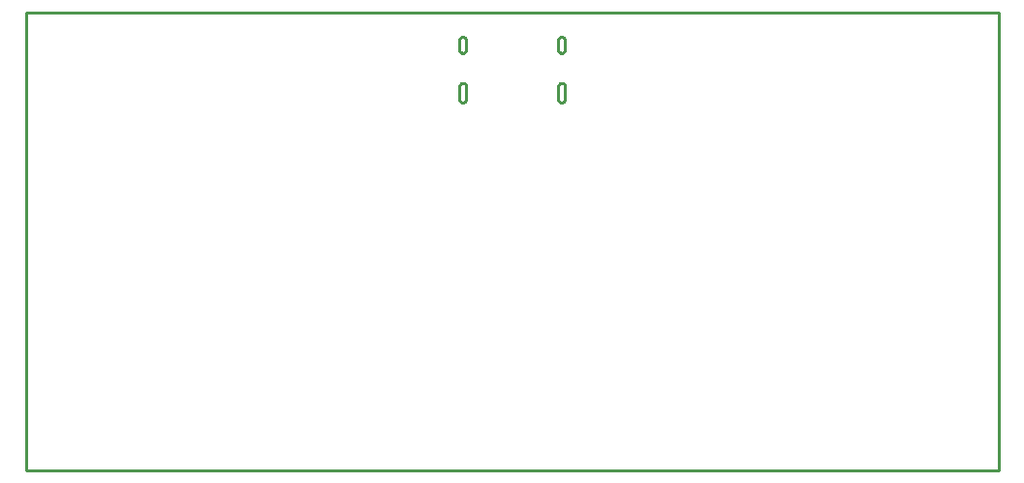
<source format=gbr>
G04 EAGLE Gerber RS-274X export*
G75*
%MOMM*%
%FSLAX34Y34*%
%LPD*%
%IN*%
%IPPOS*%
%AMOC8*
5,1,8,0,0,1.08239X$1,22.5*%
G01*
%ADD10C,0.254000*%


D10*
X0Y0D02*
X850000Y0D01*
X850000Y400000D01*
X0Y400000D01*
X0Y0D01*
X378800Y324525D02*
X378811Y324264D01*
X378846Y324004D01*
X378902Y323749D01*
X378981Y323499D01*
X379081Y323257D01*
X379202Y323025D01*
X379343Y322804D01*
X379502Y322597D01*
X379679Y322404D01*
X379872Y322227D01*
X380079Y322068D01*
X380300Y321927D01*
X380532Y321806D01*
X380774Y321706D01*
X381024Y321627D01*
X381279Y321571D01*
X381539Y321536D01*
X381800Y321525D01*
X382061Y321536D01*
X382321Y321571D01*
X382576Y321627D01*
X382826Y321706D01*
X383068Y321806D01*
X383300Y321927D01*
X383521Y322068D01*
X383728Y322227D01*
X383921Y322404D01*
X384098Y322597D01*
X384257Y322804D01*
X384398Y323025D01*
X384519Y323257D01*
X384619Y323499D01*
X384698Y323749D01*
X384754Y324004D01*
X384789Y324264D01*
X384800Y324525D01*
X384800Y335525D01*
X384789Y335786D01*
X384754Y336046D01*
X384698Y336301D01*
X384619Y336551D01*
X384519Y336793D01*
X384398Y337025D01*
X384257Y337246D01*
X384098Y337453D01*
X383921Y337646D01*
X383728Y337823D01*
X383521Y337982D01*
X383300Y338123D01*
X383068Y338244D01*
X382826Y338344D01*
X382576Y338423D01*
X382321Y338479D01*
X382061Y338514D01*
X381800Y338525D01*
X381539Y338514D01*
X381279Y338479D01*
X381024Y338423D01*
X380774Y338344D01*
X380532Y338244D01*
X380300Y338123D01*
X380079Y337982D01*
X379872Y337823D01*
X379679Y337646D01*
X379502Y337453D01*
X379343Y337246D01*
X379202Y337025D01*
X379081Y336793D01*
X378981Y336551D01*
X378902Y336301D01*
X378846Y336046D01*
X378811Y335786D01*
X378800Y335525D01*
X378800Y324525D01*
X465200Y324525D02*
X465211Y324264D01*
X465246Y324004D01*
X465302Y323749D01*
X465381Y323499D01*
X465481Y323257D01*
X465602Y323025D01*
X465743Y322804D01*
X465902Y322597D01*
X466079Y322404D01*
X466272Y322227D01*
X466479Y322068D01*
X466700Y321927D01*
X466932Y321806D01*
X467174Y321706D01*
X467424Y321627D01*
X467679Y321571D01*
X467939Y321536D01*
X468200Y321525D01*
X468461Y321536D01*
X468721Y321571D01*
X468976Y321627D01*
X469226Y321706D01*
X469468Y321806D01*
X469700Y321927D01*
X469921Y322068D01*
X470128Y322227D01*
X470321Y322404D01*
X470498Y322597D01*
X470657Y322804D01*
X470798Y323025D01*
X470919Y323257D01*
X471019Y323499D01*
X471098Y323749D01*
X471154Y324004D01*
X471189Y324264D01*
X471200Y324525D01*
X471200Y335525D01*
X471189Y335786D01*
X471154Y336046D01*
X471098Y336301D01*
X471019Y336551D01*
X470919Y336793D01*
X470798Y337025D01*
X470657Y337246D01*
X470498Y337453D01*
X470321Y337646D01*
X470128Y337823D01*
X469921Y337982D01*
X469700Y338123D01*
X469468Y338244D01*
X469226Y338344D01*
X468976Y338423D01*
X468721Y338479D01*
X468461Y338514D01*
X468200Y338525D01*
X467939Y338514D01*
X467679Y338479D01*
X467424Y338423D01*
X467174Y338344D01*
X466932Y338244D01*
X466700Y338123D01*
X466479Y337982D01*
X466272Y337823D01*
X466079Y337646D01*
X465902Y337453D01*
X465743Y337246D01*
X465602Y337025D01*
X465481Y336793D01*
X465381Y336551D01*
X465302Y336301D01*
X465246Y336046D01*
X465211Y335786D01*
X465200Y335525D01*
X465200Y324525D01*
X378800Y367825D02*
X378811Y367564D01*
X378846Y367304D01*
X378902Y367049D01*
X378981Y366799D01*
X379081Y366557D01*
X379202Y366325D01*
X379343Y366104D01*
X379502Y365897D01*
X379679Y365704D01*
X379872Y365527D01*
X380079Y365368D01*
X380300Y365227D01*
X380532Y365106D01*
X380774Y365006D01*
X381024Y364927D01*
X381279Y364871D01*
X381539Y364836D01*
X381800Y364825D01*
X382061Y364836D01*
X382321Y364871D01*
X382576Y364927D01*
X382826Y365006D01*
X383068Y365106D01*
X383300Y365227D01*
X383521Y365368D01*
X383728Y365527D01*
X383921Y365704D01*
X384098Y365897D01*
X384257Y366104D01*
X384398Y366325D01*
X384519Y366557D01*
X384619Y366799D01*
X384698Y367049D01*
X384754Y367304D01*
X384789Y367564D01*
X384800Y367825D01*
X384800Y375825D01*
X384789Y376086D01*
X384754Y376346D01*
X384698Y376601D01*
X384619Y376851D01*
X384519Y377093D01*
X384398Y377325D01*
X384257Y377546D01*
X384098Y377753D01*
X383921Y377946D01*
X383728Y378123D01*
X383521Y378282D01*
X383300Y378423D01*
X383068Y378544D01*
X382826Y378644D01*
X382576Y378723D01*
X382321Y378779D01*
X382061Y378814D01*
X381800Y378825D01*
X381539Y378814D01*
X381279Y378779D01*
X381024Y378723D01*
X380774Y378644D01*
X380532Y378544D01*
X380300Y378423D01*
X380079Y378282D01*
X379872Y378123D01*
X379679Y377946D01*
X379502Y377753D01*
X379343Y377546D01*
X379202Y377325D01*
X379081Y377093D01*
X378981Y376851D01*
X378902Y376601D01*
X378846Y376346D01*
X378811Y376086D01*
X378800Y375825D01*
X378800Y367825D01*
X465200Y367825D02*
X465211Y367564D01*
X465246Y367304D01*
X465302Y367049D01*
X465381Y366799D01*
X465481Y366557D01*
X465602Y366325D01*
X465743Y366104D01*
X465902Y365897D01*
X466079Y365704D01*
X466272Y365527D01*
X466479Y365368D01*
X466700Y365227D01*
X466932Y365106D01*
X467174Y365006D01*
X467424Y364927D01*
X467679Y364871D01*
X467939Y364836D01*
X468200Y364825D01*
X468461Y364836D01*
X468721Y364871D01*
X468976Y364927D01*
X469226Y365006D01*
X469468Y365106D01*
X469700Y365227D01*
X469921Y365368D01*
X470128Y365527D01*
X470321Y365704D01*
X470498Y365897D01*
X470657Y366104D01*
X470798Y366325D01*
X470919Y366557D01*
X471019Y366799D01*
X471098Y367049D01*
X471154Y367304D01*
X471189Y367564D01*
X471200Y367825D01*
X471200Y375825D01*
X471189Y376086D01*
X471154Y376346D01*
X471098Y376601D01*
X471019Y376851D01*
X470919Y377093D01*
X470798Y377325D01*
X470657Y377546D01*
X470498Y377753D01*
X470321Y377946D01*
X470128Y378123D01*
X469921Y378282D01*
X469700Y378423D01*
X469468Y378544D01*
X469226Y378644D01*
X468976Y378723D01*
X468721Y378779D01*
X468461Y378814D01*
X468200Y378825D01*
X467939Y378814D01*
X467679Y378779D01*
X467424Y378723D01*
X467174Y378644D01*
X466932Y378544D01*
X466700Y378423D01*
X466479Y378282D01*
X466272Y378123D01*
X466079Y377946D01*
X465902Y377753D01*
X465743Y377546D01*
X465602Y377325D01*
X465481Y377093D01*
X465381Y376851D01*
X465302Y376601D01*
X465246Y376346D01*
X465211Y376086D01*
X465200Y375825D01*
X465200Y367825D01*
M02*

</source>
